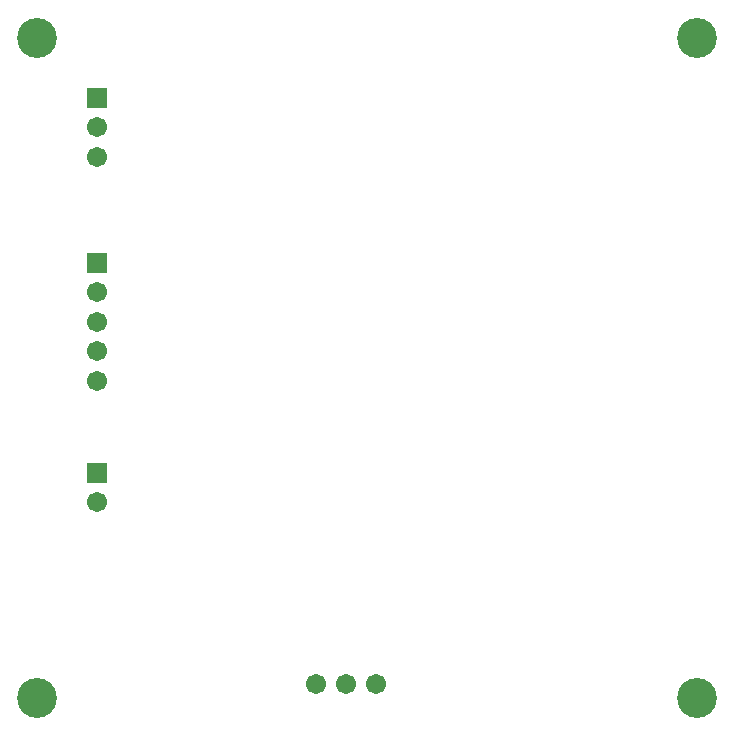
<source format=gbr>
G04 EAGLE Gerber RS-274X export*
G75*
%MOMM*%
%FSLAX34Y34*%
%LPD*%
%INSoldermask Bottom*%
%IPPOS*%
%AMOC8*
5,1,8,0,0,1.08239X$1,22.5*%
G01*
%ADD10C,3.378200*%
%ADD11R,1.711200X1.711200*%
%ADD12C,1.711200*%


D10*
X25400Y25400D03*
X584200Y25400D03*
X584200Y584200D03*
X25400Y584200D03*
D11*
X76200Y215900D03*
D12*
X76200Y190900D03*
X76200Y483400D03*
X76200Y508400D03*
D11*
X76200Y533400D03*
D12*
X76200Y293700D03*
X76200Y318700D03*
X76200Y343700D03*
X76200Y368700D03*
D11*
X76200Y393700D03*
D12*
X261620Y36830D03*
X287020Y36830D03*
X312420Y36830D03*
M02*

</source>
